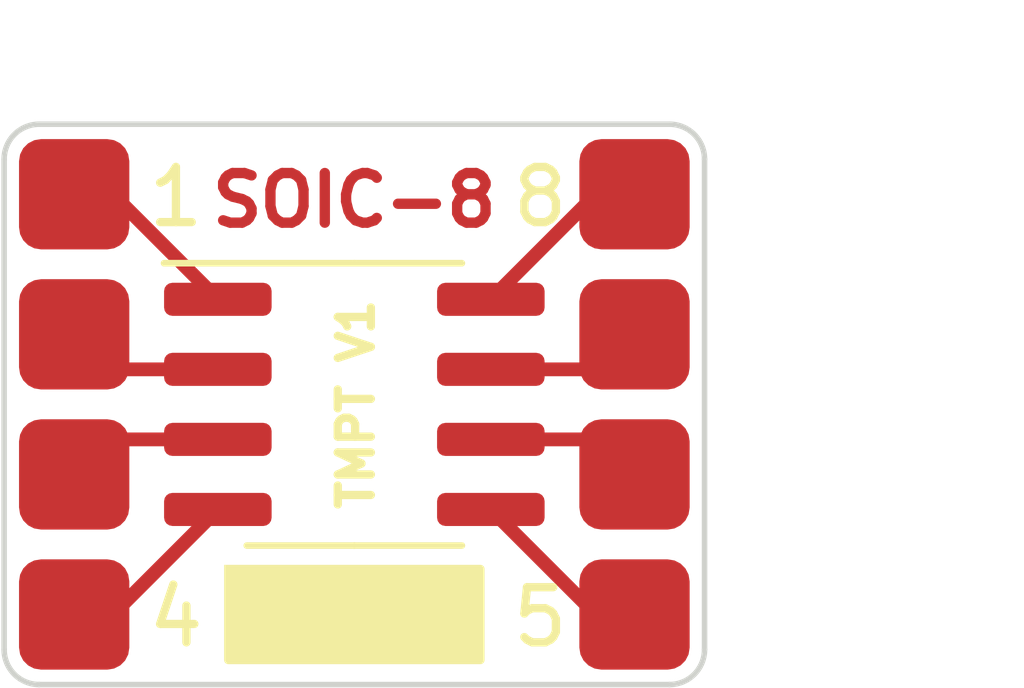
<source format=kicad_pcb>
(kicad_pcb (version 20221018) (generator pcbnew)
  (layers (0 "F.Cu" signal) (31 "B.Cu" signal) (34 "B.Paste" user) (35 "F.Paste" user) (36 "B.SilkS" user "B.Silkscreen") (37 "F.SilkS" user "F.Silkscreen") (38 "B.Mask" user) (39 "F.Mask" user) (44 "Edge.Cuts" user))
  (net 0 "")
  (net 1 "Net-(J1-Pin_1)")
  (net 2 "Net-(J2-Pin_1)")
  (net 3 "Net-(J7-Pin_1)")
  (net 4 "Net-(J3-Pin_1)")
  (net 5 "Net-(J8-Pin_1)")
  (net 6 "Net-(J4-Pin_1)")
  (net 7 "Net-(J5-Pin_1)")
  (net 8 "Net-(J6-Pin_1)")
  (footprint "Package_SO:SOIC-8_3.9x4.9mm_P1.27mm" (layer "F.Cu") (at 157.48 97.79)
    (fp_text reference "U1" hide)
    (fp_text value "LF398_SOIC8" hide)
    (fp_line (start 0 -2.56) (end -3.45 -2.56) (stroke (width 0.12)) (layer "F.SilkS"))
    (fp_line (start 0 -2.56) (end 1.95 -2.56) (stroke (width 0.12)) (layer "F.SilkS"))
    (fp_line (start 0 2.56) (end -1.95 2.56) (stroke (width 0.12)) (layer "F.SilkS"))
    (fp_line (start 0 2.56) (end 1.95 2.56) (stroke (width 0.12)) (layer "F.SilkS"))
    (pad "1" smd roundrect (at -2.475 -1.905) (size 1.95 0.6) (layers "F.Cu" "F.Paste" "F.Mask") (net 1 "Net-(J1-Pin_1)"))
    (pad "2" smd roundrect (at -2.475 -0.635) (size 1.95 0.6) (layers "F.Cu" "F.Paste" "F.Mask") (net 2 "Net-(J2-Pin_1)"))
    (pad "3" smd roundrect (at -2.475 0.635) (size 1.95 0.6) (layers "F.Cu" "F.Paste" "F.Mask") (net 3 "Net-(J7-Pin_1)"))
    (pad "4" smd roundrect (at -2.475 1.905) (size 1.95 0.6) (layers "F.Cu" "F.Paste" "F.Mask") (net 4 "Net-(J3-Pin_1)"))
    (pad "5" smd roundrect (at 2.475 1.905) (size 1.95 0.6) (layers "F.Cu" "F.Paste" "F.Mask") (net 5 "Net-(J8-Pin_1)"))
    (pad "6" smd roundrect (at 2.475 0.635) (size 1.95 0.6) (layers "F.Cu" "F.Paste" "F.Mask") (net 6 "Net-(J4-Pin_1)"))
    (pad "7" smd roundrect (at 2.475 -0.635) (size 1.95 0.6) (layers "F.Cu" "F.Paste" "F.Mask") (net 7 "Net-(J5-Pin_1)"))
    (pad "8" smd roundrect (at 2.475 -1.905) (size 1.95 0.6) (layers "F.Cu" "F.Paste" "F.Mask") (net 8 "Net-(J6-Pin_1)"))
  )
  (footprint "CustSymbols:ManhattanPad" (layer "F.Cu") (at 162.56 96.52)
    (fp_text reference "J5" hide)
    (fp_text value "Conn_01x01_Pin" hide)
    (pad "1" smd roundrect (at 0 0) (size 2 2) (layers "F.Cu" "F.Paste" "F.Mask") (roundrect_rratio 0.2) (net 7 "Net-(J5-Pin_1)"))
  )
  (footprint "CustSymbols:ManhattanPad" (layer "F.Cu") (at 162.56 93.98)
    (fp_text reference "J6" hide)
    (fp_text value "Conn_01x01_Pin" hide)
    (pad "1" smd roundrect (at 0 0) (size 2 2) (layers "F.Cu" "F.Paste" "F.Mask") (roundrect_rratio 0.2) (net 8 "Net-(J6-Pin_1)"))
  )
  (footprint "CustSymbols:ManhattanPad" (layer "F.Cu") (at 162.56 101.6)
    (fp_text reference "J8" hide)
    (fp_text value "Conn_01x01_Pin" hide)
    (pad "1" smd roundrect (at 0 0) (size 2 2) (layers "F.Cu" "F.Paste" "F.Mask") (roundrect_rratio 0.2) (net 5 "Net-(J8-Pin_1)"))
  )
  (footprint "CustSymbols:ManhattanPad" (layer "F.Cu") (at 152.4 96.52)
    (fp_text reference "J2" hide)
    (fp_text value "Conn_01x01_Pin" hide)
    (pad "1" smd roundrect (at 0 0) (size 2 2) (layers "F.Cu" "F.Paste" "F.Mask") (roundrect_rratio 0.2) (net 2 "Net-(J2-Pin_1)"))
  )
  (footprint "CustSymbols:ManhattanPad" (layer "F.Cu") (at 152.4 99.06)
    (fp_text reference "J7" hide)
    (fp_text value "Conn_01x01_Pin" hide)
    (pad "1" smd roundrect (at 0 0) (size 2 2) (layers "F.Cu" "F.Paste" "F.Mask") (roundrect_rratio 0.2) (net 3 "Net-(J7-Pin_1)"))
  )
  (footprint "CustSymbols:ManhattanPad" (layer "F.Cu") (at 152.4 93.98)
    (fp_text reference "J1" hide)
    (fp_text value "Conn_01x01_Pin" hide)
    (pad "1" smd roundrect (at 0 0) (size 2 2) (layers "F.Cu" "F.Paste" "F.Mask") (roundrect_rratio 0.2) (net 1 "Net-(J1-Pin_1)"))
  )
  (footprint "CustSymbols:ManhattanPad" (layer "F.Cu") (at 152.4 101.6)
    (fp_text reference "J3" hide)
    (fp_text value "Conn_01x01_Pin" hide)
    (pad "1" smd roundrect (at 0 0) (size 2 2) (layers "F.Cu" "F.Paste" "F.Mask") (roundrect_rratio 0.2) (net 4 "Net-(J3-Pin_1)"))
  )
  (footprint "CustSymbols:ManhattanPad" (layer "F.Cu") (at 162.56 99.06)
    (fp_text reference "J4" hide)
    (fp_text value "Conn_01x01_Pin" hide)
    (pad "1" smd roundrect (at 0 0) (size 2 2) (layers "F.Cu" "F.Paste" "F.Mask") (roundrect_rratio 0.2) (net 6 "Net-(J4-Pin_1)"))
  )
  (gr_rect (start 155.194 100.7745) (end 159.766 102.4255) (stroke (width 0.15)) (fill solid) (layer "F.SilkS"))
  (gr_line (start 151.13 93.345) (end 151.13 102.235) (stroke (width 0.1)) (layer "Edge.Cuts"))
  (gr_line (start 151.765 102.87) (end 163.195 102.87) (stroke (width 0.1)) (layer "Edge.Cuts"))
  (gr_line (start 163.195 92.71) (end 151.765 92.71) (stroke (width 0.1)) (layer "Edge.Cuts"))
  (gr_arc (start 151.765 102.87) (mid 151.315988 102.684012) (end 151.13 102.235) (stroke (width 0.1)) (layer "Edge.Cuts"))
  (gr_arc (start 163.83 102.235) (mid 163.644013 102.684012) (end 163.195 102.87) (stroke (width 0.1)) (layer "Edge.Cuts"))
  (gr_line (start 163.83 102.235) (end 163.83 93.345) (stroke (width 0.1)) (layer "Edge.Cuts"))
  (gr_arc (start 151.13 93.345) (mid 151.315988 92.895988) (end 151.765 92.71) (stroke (width 0.1)) (layer "Edge.Cuts"))
  (gr_arc (start 163.195 92.71) (mid 163.644012 92.895988) (end 163.83 93.345) (stroke (width 0.1)) (layer "Edge.Cuts"))
  (gr_text "SOIC-8" (at 157.48 94.615) (layer "F.Cu") (effects (font (size 0.9 0.9) (thickness 0.1875) bold) (justify bottom)))
  (gr_text "1" (at 153.67 94.615) (layer "F.SilkS") (effects (font (size 1 1)) (justify left bottom)))
  (gr_text "4" (at 153.67 102.235) (layer "F.SilkS") (effects (font (size 1 1)) (justify left bottom)))
  (gr_text "8" (at 160.274 94.615) (layer "F.SilkS") (effects (font (size 1 1)) (justify left bottom)))
  (gr_text "5\n" (at 160.274 102.235) (layer "F.SilkS") (effects (font (size 1 1)) (justify left bottom)))
  (gr_text "TMPT V1" (at 157.861 97.79 90) (layer "F.SilkS") (effects (font (size 0.6 0.6)) (justify bottom)))
  (segment (start 153.1 93.98) (end 152.4 93.98) (width 0.25) (layer "F.Cu") (net 1))
  (segment (start 155.005 95.885) (end 153.1 93.98) (width 0.25) (layer "F.Cu") (net 1))
  (segment (start 155.005 97.155) (end 153.035 97.155) (width 0.25) (layer "F.Cu") (net 2))
  (segment (start 153.035 97.155) (end 152.4 96.52) (width 0.25) (layer "F.Cu") (net 2))
  (segment (start 153.035 98.425) (end 152.4 99.06) (width 0.25) (layer "F.Cu") (net 3))
  (segment (start 155.005 98.425) (end 153.035 98.425) (width 0.25) (layer "F.Cu") (net 3))
  (segment (start 155.005 99.695) (end 153.1 101.6) (width 0.25) (layer "F.Cu") (net 4))
  (segment (start 153.1 101.6) (end 152.4 101.6) (width 0.25) (layer "F.Cu") (net 4))
  (segment (start 159.955 99.695) (end 161.86 101.6) (width 0.25) (layer "F.Cu") (net 5))
  (segment (start 161.86 101.6) (end 162.56 101.6) (width 0.25) (layer "F.Cu") (net 5))
  (segment (start 161.925 98.425) (end 162.56 99.06) (width 0.25) (layer "F.Cu") (net 6))
  (segment (start 159.955 98.425) (end 161.925 98.425) (width 0.25) (layer "F.Cu") (net 6))
  (segment (start 161.925 97.155) (end 162.56 96.52) (width 0.25) (layer "F.Cu") (net 7))
  (segment (start 159.955 97.155) (end 161.925 97.155) (width 0.25) (layer "F.Cu") (net 7))
  (segment (start 159.955 95.885) (end 161.86 93.98) (width 0.25) (layer "F.Cu") (net 8))
  (segment (start 161.86 93.98) (end 162.56 93.98) (width 0.25) (layer "F.Cu") (net 8))
)
</source>
